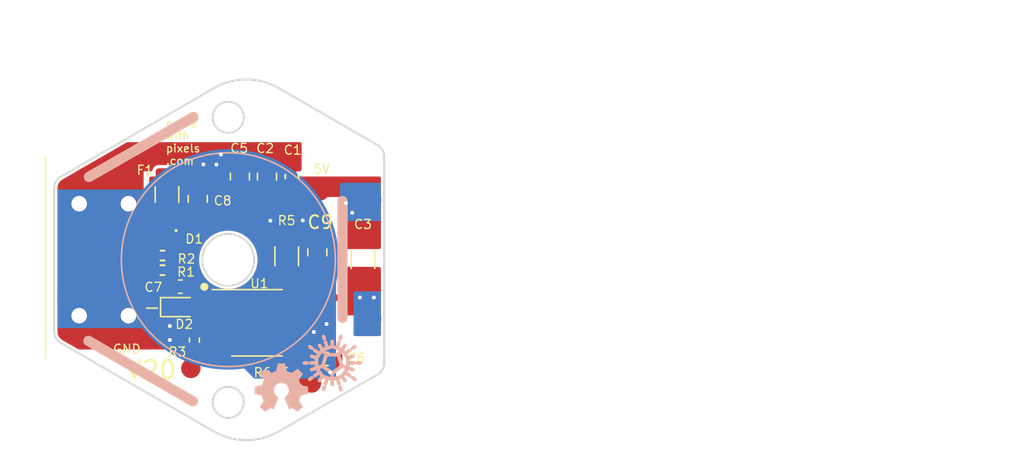
<source format=kicad_pcb>
(kicad_pcb (version 20221018) (generator pcbnew)
  (layers (0 "F.Cu" signal) (31 "B.Cu" signal) (34 "B.Paste" user) (35 "F.Paste" user) (36 "B.SilkS" user "B.Silkscreen") (37 "F.SilkS" user "F.Silkscreen") (38 "B.Mask" user) (39 "F.Mask" user) (44 "Edge.Cuts" user))
  (net 0 "")
  (net 1 "GND")
  (net 2 "VBUS")
  (net 3 "Net-(J8-PadA5)")
  (net 4 "Net-(J8-PadB5)")
  (net 5 "Net-(C3-Pad1)")
  (net 6 "+5V")
  (net 7 "Net-(C6-Pad2)")
  (net 8 "Net-(D2-Pad2)")
  (net 9 "Net-(R3-Pad1)")
  (net 10 "Net-(R3-Pad2)")
  (net 11 "GNDPWR")
  (footprint "Pixels-dice:USB-C-SMD_10P-P1.00-L6.8-W8.9_V1.1" (layer "F.Cu") (at 142.35 101.02 180)
    (fp_text reference "J8" hide)
    (fp_text value "USB_C_Receptacle_USB2.0")
    (pad "A5" smd rect locked (at -0.3 0 270) (size 0.7 1.6) (layers "F.Cu" "F.Paste" "F.Mask") (net 3 "Net-(J8-PadA5)"))
    (pad "A9" smd rect locked (at -0.3 -2.02 270) (size 0.8 1.6) (layers "F.Cu" "F.Paste" "F.Mask") (net 2 "VBUS"))
    (pad "A12" smd rect locked (at -0.3 -3.25 270) (size 0.9 1.6) (layers "F.Cu" "F.Paste" "F.Mask") (net 1 "GND"))
    (pad "B5" smd rect locked (at -0.3 -1 270) (size 0.7 1.6) (layers "F.Cu" "F.Paste" "F.Mask") (net 4 "Net-(J8-PadB5)"))
    (pad "B9" smd rect locked (at -0.3 1.02 270) (size 0.8 1.6) (layers "F.Cu" "F.Paste" "F.Mask") (net 2 "VBUS"))
    (pad "B12" smd rect locked (at -0.3 2.25 270) (size 0.9 1.6) (layers "F.Cu" "F.Paste" "F.Mask") (net 1 "GND"))
    (pad "S1" thru_hole circle locked (at 0.15 -4.82 180) (size 1.7 1.7) (drill 1.2) (layers "*.Cu" "*.Mask") (net 1 "GND"))
    (pad "S1" thru_hole circle locked (at 0.15 3.82 180) (size 1.7 1.7) (drill 1.2) (layers "*.Cu" "*.Mask") (net 1 "GND"))
    (pad "S1" thru_hole circle locked (at 3.95 -4.82 180) (size 1.7 1.7) (drill 1.2) (layers "*.Cu" "*.Mask") (net 1 "GND"))
    (pad "S1" thru_hole circle locked (at 3.95 3.82 180) (size 1.7 1.7) (drill 1.2) (layers "*.Cu" "*.Mask") (net 1 "GND"))
  )
  (footprint "Resistor_SMD:R_0402_1005Metric" (layer "F.Cu") (at 144.83 101.2 180)
    (fp_text reference "R2" (at -1.84 -0.26 unlocked) (layer "F.SilkS") (effects (font (size 0.7 0.7) (thickness 0.1))))
    (fp_text value "5.1k 1%")
    (pad "1" smd roundrect (at -0.51 0 180) (size 0.54 0.64) (layers "F.Cu" "F.Paste" "F.Mask") (net 1 "GND"))
    (pad "2" smd roundrect (at 0.51 0 180) (size 0.54 0.64) (layers "F.Cu" "F.Paste" "F.Mask") (net 3 "Net-(J8-PadA5)"))
  )
  (footprint "Capacitor_SMD:C_0603_1608Metric" (layer "F.Cu") (at 154.8 95.1 90)
    (fp_text reference "C1" (at 2.04 0.06 unlocked) (layer "F.SilkS") (effects (font (size 0.7 0.7) (thickness 0.1))))
    (fp_text value "0.1uF 16V 10% X7R")
    (pad "1" smd roundrect (at -0.775 0 90) (size 0.9 0.95) (layers "F.Cu" "F.Paste" "F.Mask") (net 6 "+5V"))
    (pad "2" smd roundrect (at 0.775 0 90) (size 0.9 0.95) (layers "F.Cu" "F.Paste" "F.Mask") (net 1 "GND"))
  )
  (footprint "Capacitor_SMD:C_0805_2012Metric" (layer "F.Cu") (at 152.88 95.1 90)
    (fp_text reference "C2" (at 2.17 -0.14) (layer "F.SilkS") (effects (font (size 0.7 0.7) (thickness 0.1))))
    (fp_text value "22uF 25V 20% X5R")
    (pad "1" smd roundrect (at -0.95 0 90) (size 1 1.45) (layers "F.Cu" "F.Paste" "F.Mask") (net 6 "+5V"))
    (pad "2" smd roundrect (at 0.95 0 90) (size 1 1.45) (layers "F.Cu" "F.Paste" "F.Mask") (net 1 "GND"))
  )
  (footprint "Resistor_SMD:R_1206_3216Metric" (layer "F.Cu") (at 154.4 101.26 -90)
    (fp_text reference "R5" (at -2.76 0.01 180) (layer "F.SilkS") (effects (font (size 0.7 0.7) (thickness 0.1))))
    (fp_text value "0.91R")
    (pad "1" smd roundrect (at -1.4625 0 270) (size 1.125 1.75) (layers "F.Cu" "F.Paste" "F.Mask") (roundrect_rratio 0.2222222222) (net 1 "GND"))
    (pad "2" smd roundrect (at 1.4625 0 270) (size 1.125 1.75) (layers "F.Cu" "F.Paste" "F.Mask") (roundrect_rratio 0.2222222222) (net 11 "GNDPWR"))
  )
  (footprint "Resistor_SMD:R_0402_1005Metric" (layer "F.Cu") (at 144.82 102.33 180)
    (fp_text reference "R1" (at -1.82 -0.14 unlocked) (layer "F.SilkS") (effects (font (size 0.7 0.7) (thickness 0.1))))
    (fp_text value "5.1k 1%")
    (pad "1" smd roundrect (at -0.51 0 180) (size 0.54 0.64) (layers "F.Cu" "F.Paste" "F.Mask") (net 1 "GND"))
    (pad "2" smd roundrect (at 0.51 0 180) (size 0.54 0.64) (layers "F.Cu" "F.Paste" "F.Mask") (net 4 "Net-(J8-PadB5)"))
  )
  (footprint "Resistor_SMD:R_0402_1005Metric" (layer "F.Cu") (at 147.28 107.73 90)
    (fp_text reference "R3" (at -0.91 -1.31 180) (layer "F.SilkS") (effects (font (size 0.7 0.7) (thickness 0.1))))
    (fp_text value "120K 1%")
    (pad "1" smd roundrect (at -0.51 0 90) (size 0.54 0.64) (layers "F.Cu" "F.Paste" "F.Mask") (net 9 "Net-(R3-Pad1)"))
    (pad "2" smd roundrect (at 0.51 0 90) (size 0.54 0.64) (layers "F.Cu" "F.Paste" "F.Mask") (net 10 "Net-(R3-Pad2)"))
  )
  (footprint "Pixels-dice:TEST_PIN1.5MM" (layer "F.Cu") (at 144.55 99.66)
    (fp_text reference "W2" hide)
    (fp_text value "VBUS" hide)
    (pad "1" smd circle (at 0 0) (size 1.5 1.5) (layers "F.Cu" "F.Paste" "F.Mask") (net 2 "VBUS"))
  )
  (footprint "Pixels-dice:DFN" (layer "F.Cu") (at 145.87 99.97 -90)
    (fp_text reference "D1" (at -0.05 -1.4 180) (layer "F.SilkS") (effects (font (size 0.7 0.7) (thickness 0.1))))
    (fp_text value "D_TVS")
    (pad "1" smd rect (at -0.325 0 270) (size 0.35 0.6) (layers "F.Cu" "F.Paste" "F.Mask") (net 2 "VBUS"))
    (pad "2" smd rect (at 0.325 0 270) (size 0.35 0.6) (layers "F.Cu" "F.Paste" "F.Mask") (net 1 "GND"))
  )
  (footprint "Pixels-dice:TEST_PIN1.5MM" (layer "F.Cu") (at 157.11 104.46)
    (fp_text reference "W6" hide)
    (fp_text value "OUT" hide)
    (pad "1" smd circle (at 0 0) (size 1.5 1.5) (layers "F.Cu" "F.Paste" "F.Mask") (net 5 "Net-(C3-Pad1)"))
  )
  (footprint "Pixels-dice:SOIC-8_3.9x4.9mm_P1.27mm" (layer "F.Cu") (at 152.11 106.39 -90)
    (fp_text reference "U1" (at -3.03 -0.18) (layer "F.SilkS") (effects (font (size 0.7 0.7) (thickness 0.1))))
    (fp_text value "XKT520")
    (pad "1" smd roundrect (at -1.905 2.475) (size 1.95 0.6) (layers "F.Cu" "F.Paste" "F.Mask") (net 6 "+5V"))
    (pad "2" smd roundrect (at -0.635 2.475) (size 1.95 0.6) (layers "F.Cu" "F.Paste" "F.Mask") (net 8 "Net-(D2-Pad2)"))
    (pad "3" smd roundrect (at 0.635 2.475) (size 1.95 0.6) (layers "F.Cu" "F.Paste" "F.Mask") (net 10 "Net-(R3-Pad2)"))
    (pad "4" smd roundrect (at 1.905 2.475) (size 1.95 0.6) (layers "F.Cu" "F.Paste" "F.Mask") (net 9 "Net-(R3-Pad1)"))
    (pad "5" smd roundrect (at 1.905 -2.475) (size 1.95 0.6) (layers "F.Cu" "F.Paste" "F.Mask") (net 7 "Net-(C6-Pad2)"))
    (pad "6" smd roundrect (at 0.635 -2.475) (size 1.95 0.6) (layers "F.Cu" "F.Paste" "F.Mask") (net 1 "GND"))
    (pad "7" smd roundrect (at -0.635 -2.475) (size 1.95 0.6) (layers "F.Cu" "F.Paste" "F.Mask") (net 5 "Net-(C3-Pad1)"))
    (pad "8" smd roundrect (at -1.905 -2.475) (size 1.95 0.6) (layers "F.Cu" "F.Paste" "F.Mask") (net 11 "GNDPWR"))
  )
  (footprint "LED_SMD:LED_0603_1608Metric" (layer "F.Cu") (at 146.16 105.18)
    (fp_text reference "D2" (at 0.34 1.32) (layer "F.SilkS") (effects (font (size 0.7 0.7) (thickness 0.1))))
    (fp_text value "LED")
    (pad "1" smd roundrect (at -0.7875 0) (size 0.875 0.95) (layers "F.Cu" "F.Paste" "F.Mask") (net 1 "GND"))
    (pad "2" smd roundrect (at 0.7875 0) (size 0.875 0.95) (layers "F.Cu" "F.Paste" "F.Mask") (net 8 "Net-(D2-Pad2)"))
  )
  (footprint "Pixels-dice:TEST_PIN1.5MM" (layer "F.Cu") (at 151.62 98.11)
    (fp_text reference "W7" hide)
    (fp_text value "PVSS" hide)
    (pad "1" smd circle (at 0 0) (size 1.5 1.5) (layers "F.Cu" "F.Paste" "F.Mask") (net 11 "GNDPWR"))
  )
  (footprint "Capacitor_SMD:C_0603_1608Metric" (layer "F.Cu") (at 157.47 109.18 180)
    (fp_text reference "C6" (at -2.29 0.07) (layer "F.SilkS") (effects (font (size 0.7 0.7) (thickness 0.1))))
    (fp_text value "0.1uF 16V 10% X7R")
    (pad "1" smd roundrect (at -0.775 0 180) (size 0.9 0.95) (layers "F.Cu" "F.Paste" "F.Mask") (net 1 "GND"))
    (pad "2" smd roundrect (at 0.775 0 180) (size 0.9 0.95) (layers "F.Cu" "F.Paste" "F.Mask") (net 7 "Net-(C6-Pad2)"))
  )
  (footprint "Pixels-dice:TEST_PIN1.5MM" (layer "F.Cu") (at 140.3 107.45)
    (fp_text reference "W5" hide)
    (fp_text value "GND" (at 1.78 0.97 unlocked) (layer "F.SilkS") (effects (font (size 0.7 0.7) (thickness 0.1))))
    (pad "1" smd circle (at 0 0) (size 1.5 1.5) (layers "F.Cu" "F.Paste" "F.Mask") (net 1 "GND"))
  )
  (footprint "Capacitor_SMD:C_0603_1608Metric" (layer "F.Cu") (at 146.2 103.6 180)
    (fp_text reference "C7" (at 2.08 -0.04) (layer "F.SilkS") (effects (font (size 0.7 0.7) (thickness 0.1))))
    (fp_text value "0.1uF 16V 10% X7R")
    (pad "1" smd roundrect (at -0.775 0 180) (size 0.9 0.95) (layers "F.Cu" "F.Paste" "F.Mask") (net 6 "+5V"))
    (pad "2" smd roundrect (at 0.775 0 180) (size 0.9 0.95) (layers "F.Cu" "F.Paste" "F.Mask") (net 1 "GND"))
  )
  (footprint "Fuse:Fuse_1206_3216Metric" (layer "F.Cu") (at 145.17 96.49 90)
    (fp_text reference "F1" (at 1.88 -1.7 180) (layer "F.SilkS") (effects (font (size 0.7 0.7) (thickness 0.1))))
    (fp_text value "250mA 150mR")
    (pad "1" smd roundrect (at -1.4 0 90) (size 1.25 1.75) (layers "F.Cu" "F.Paste" "F.Mask") (roundrect_rratio 0.2) (net 2 "VBUS"))
    (pad "2" smd roundrect (at 1.4 0 90) (size 1.25 1.75) (layers "F.Cu" "F.Paste" "F.Mask") (roundrect_rratio 0.2) (net 6 "+5V"))
  )
  (footprint "Pixels-dice:TEST_PIN1.5MM" (layer "F.Cu") (at 156.95 96.22)
    (fp_text reference "W1" hide)
    (fp_text value "5V" (at 0.14 -1.69 unlocked) (layer "F.SilkS") (effects (font (size 0.7 0.7) (thickness 0.1))))
    (pad "1" smd circle (at 0 0) (size 1.5 1.5) (layers "F.Cu" "F.Paste" "F.Mask") (net 6 "+5V"))
  )
  (footprint "Pixels-dice:TEST_PIN1.5MM" (layer "F.Cu") (at 156.31 111.04)
    (fp_text reference "W4" hide)
    (fp_text value "FB" hide)
    (pad "1" smd circle (at 0 0) (size 1.5 1.5) (layers "F.Cu" "F.Paste" "F.Mask") (net 7 "Net-(C6-Pad2)"))
  )
  (footprint "Pixels-dice:TEST_PIN1.5MM" (layer "F.Cu") (at 147.01 109.91)
    (fp_text reference "W3" hide)
    (fp_text value "LED")
    (pad "1" smd circle (at 0 0) (size 1.5 1.5) (layers "F.Cu" "F.Paste" "F.Mask") (net 8 "Net-(D2-Pad2)"))
  )
  (footprint "Resistor_SMD:R_0402_1005Metric" (layer "F.Cu") (at 154.27 110.23 180)
    (fp_text reference "R6" (at 1.73 0) (layer "F.SilkS") (effects (font (size 0.7 0.7) (thickness 0.1))))
    (fp_text value "1k 1%")
    (pad "1" smd roundrect (at -0.51 0 180) (size 0.54 0.64) (layers "F.Cu" "F.Paste" "F.Mask") (net 7 "Net-(C6-Pad2)"))
    (pad "2" smd roundrect (at 0.51 0 180) (size 0.54 0.64) (layers "F.Cu" "F.Paste" "F.Mask") (net 11 "GNDPWR"))
  )
  (footprint "Capacitor_SMD:C_0805_2012Metric" (layer "F.Cu") (at 147.54 96.83 -90)
    (fp_text reference "C8" (at 0.14 -1.92 180) (layer "F.SilkS") (effects (font (size 0.7 0.7) (thickness 0.1))))
    (fp_text value "10uF 50V 10% X5R")
    (pad "1" smd roundrect (at -0.95 0 270) (size 1 1.45) (layers "F.Cu" "F.Paste" "F.Mask") (net 6 "+5V"))
    (pad "2" smd roundrect (at 0.95 0 270) (size 1 1.45) (layers "F.Cu" "F.Paste" "F.Mask") (net 2 "VBUS"))
  )
  (footprint "Capacitor_SMD:C_0805_2012Metric" (layer "F.Cu") (at 150.79 95.1 90)
    (fp_text reference "C5" (at 2.18 -0.05 180) (layer "F.SilkS") (effects (font (size 0.7 0.7) (thickness 0.1))))
    (fp_text value "22uF 25V 20% X5R")
    (pad "1" smd roundrect (at -0.95 0 90) (size 1 1.45) (layers "F.Cu" "F.Paste" "F.Mask") (net 6 "+5V"))
    (pad "2" smd roundrect (at 0.95 0 90) (size 1 1.45) (layers "F.Cu" "F.Paste" "F.Mask") (net 1 "GND"))
  )
  (footprint "Capacitor_SMD:C_0805_2012Metric" (layer "F.Cu") (at 156.76 100.95 90)
    (fp_text reference "C9" (at 2.32 0.22 180) (layer "F.SilkS"))
    (fp_text value "10uF 50V 10% X5R")
    (pad "1" smd roundrect (at -0.95 0 90) (size 1 1.45) (layers "F.Cu" "F.Paste" "F.Mask") (net 11 "GNDPWR"))
    (pad "2" smd roundrect (at 0.95 0 90) (size 1 1.45) (layers "F.Cu" "F.Paste" "F.Mask") (net 1 "GND"))
  )
  (footprint "Capacitor_SMD:C_1206_3216Metric" (layer "F.Cu") (at 160.28 101.49 90)
    (fp_text reference "C3" (at 2.7 0 180) (layer "F.SilkS") (effects (font (size 0.7 0.7) (thickness 0.1))))
    (fp_text value "33nF 50V COG")
    (pad "1" smd roundrect (at -1.475 0 90) (size 1.15 1.8) (layers "F.Cu" "F.Paste" "F.Mask") (roundrect_rratio 0.2173913043) (net 5 "Net-(C3-Pad1)"))
    (pad "2" smd roundrect (at 1.475 0 90) (size 1.15 1.8) (layers "F.Cu" "F.Paste" "F.Mask") (roundrect_rratio 0.2173913043) (net 6 "+5V"))
  )
  (footprint "Pixels-dice:TestPoint_Pad_D2.0mm_V1.1" (layer "B.Cu") (at 160.7 96.9 180)
    (fp_text reference "J6" hide)
    (fp_text value "Coil B")
    (pad "1" smd circle locked (at 0 0 180) (size 2 2) (layers "B.Cu" "B.Mask") (net 6 "+5V"))
  )
  (footprint "Pixels-dice:TestPoint_Pad_D2.0mm_V1.1" (layer "B.Cu") (at 160.7 106.1 180)
    (fp_text reference "J9" hide)
    (fp_text value "Coil A")
    (pad "1" smd circle locked (at 0 0 180) (size 2 2) (layers "B.Cu" "B.Mask") (net 5 "Net-(C3-Pad1)"))
  )
  (footprint "LOGO" (layer "B.Cu") (at 157.91 109.49 180)
    (fp_text reference "G***" hide)
    (fp_text value "LOGO" hide)
  )
  (footprint "LOGO" (layer "B.Cu") (at 154 111.42 180)
    (fp_text reference "G***" hide)
    (fp_text value "LOGO" hide)
  )
  (footprint "Pixels-dice:TX Coil" (layer "B.Cu") (at 149.9 101.5 90)
    (fp_text reference "J1" hide)
    (fp_text value "TX_Coil")
  )
  (gr_line (start 139.12 107.79) (end 147.165 112.45) (stroke (width 0.8)) (layer "B.SilkS"))
  (gr_line (start 158.7 97) (end 158.7 106) (stroke (width 0.8)) (layer "B.SilkS"))
  (gr_line (start 139.16 95.13) (end 147.21 90.51) (stroke (width 0.8)) (layer "B.SilkS"))
  (gr_circle (center 149.9 101.52) (end 158.15 101.52) (stroke (width 0.12)) (fill none) (layer "B.SilkS"))
  (gr_circle (center 148.05 103.61) (end 148.3 103.61) (stroke (width 0.12)) (fill solid) (layer "F.SilkS"))
  (gr_line (start 143.595 105.26) (end 144.445 105.26) (stroke (width 0.12)) (layer "F.SilkS"))
  (gr_circle (center 149.892726 90.53) (end 151.092726 90.53) (stroke (width 0.15)) (fill none) (layer "Edge.Cuts"))
  (gr_line (start 136.971498 95.12033) (end 148.786031 88.284754) (stroke (width 0.15)) (layer "Edge.Cuts"))
  (gr_circle (center 149.892726 101.53) (end 151.892726 101.53) (stroke (width 0.15)) (fill none) (layer "Edge.Cuts"))
  (gr_line (start 153.790162 114.777446) (end 161.389318 110.389693) (stroke (width 0.15)) (layer "Edge.Cuts"))
  (gr_arc (start 136.971498 107.939671) (mid 136.606038 107.573707) (end 136.472292 107.074104) (stroke (width 0.15)) (layer "Edge.Cuts"))
  (gr_arc (start 161.389318 92.670307) (mid 161.773595 93.054606) (end 161.914249 93.579554) (stroke (width 0.15)) (layer "Edge.Cuts"))
  (gr_arc (start 136.472292 95.985901) (mid 136.606037 95.486296) (end 136.971498 95.12033) (stroke (width 0.15)) (layer "Edge.Cuts"))
  (gr_line (start 161.914249 93.579554) (end 161.914249 109.480446) (stroke (width 0.15)) (layer "Edge.Cuts"))
  (gr_circle (center 149.892726 112.53) (end 151.092726 112.53) (stroke (width 0.15)) (fill none) (layer "Edge.Cuts"))
  (gr_line (start 148.786031 114.775246) (end 136.971498 107.939671) (stroke (width 0.15)) (layer "Edge.Cuts"))
  (gr_arc (start 153.790162 114.777446) (mid 151.287802 115.447412) (end 148.786031 114.775246) (stroke (width 0.15)) (layer "Edge.Cuts"))
  (gr_line (start 161.389318 92.670307) (end 153.790162 88.282554) (stroke (width 0.15)) (layer "Edge.Cuts"))
  (gr_arc (start 148.786031 88.284754) (mid 151.287802 87.612588) (end 153.790162 88.282554) (stroke (width 0.15)) (layer "Edge.Cuts"))
  (gr_arc (start 161.914249 109.480446) (mid 161.773595 110.005394) (end 161.389318 110.389693) (stroke (width 0.15)) (layer "Edge.Cuts"))
  (gr_line (start 136.472292 107.074104) (end 136.472292 95.985896) (stroke (width 0.15)) (layer "Edge.Cuts"))
  (gr_text "game\nwith\npixels\n.com" (at 145.03 92.45) (layer "F.SilkS") (effects (font (size 0.6 0.6) (thickness 0.1)) (justify left)))
  (gr_text "V20" (at 143.97 110.05) (layer "F.SilkS") (effects (font (size 1.4 1.4) (thickness 0.2))))
  (segment (start 154.625 94.15) (end 154.8 94.325) (width 0.5) (layer "F.Cu") (net 1))
  (segment (start 156.85 107.1) (end 157.47 106.48) (width 0.5) (layer "F.Cu") (net 1))
  (segment (start 144.755 104.27) (end 145.425 103.6) (width 0.5) (layer "F.Cu") (net 1))
  (segment (start 142.2 97.2) (end 138.4 97.2) (width 0.5) (layer "F.Cu") (net 1))
  (segment (start 154.17 94.15) (end 154.625 94.15) (width 0.5) (layer "F.Cu") (net 1))
  (segment (start 142.35 104.27) (end 142.35 105.69) (width 0.5) (layer "F.Cu") (net 1))
  (segment (start 149.33 93.4) (end 149.33 93.86) (width 0.4) (layer "F.Cu") (net 1))
  (segment (start 154.585 107.025) (end 156.415 107.025) (width 0.5) (layer "F.Cu") (net 1))
  (segment (start 138.4 97.2) (end 138.4 105.84) (width 0.5) (layer "F.Cu") (net 1))
  (segment (start 158.245 109.18) (end 158.245 109.725) (width 0.4) (layer "F.Cu") (net 1))
  (segment (start 142.35 98.77) (end 142.35 97.35) (width 0.5) (layer "F.Cu") (net 1))
  (segment (start 154.4 99.7975) (end 154.4 98.66) (width 0.5) (layer "F.Cu") (net 1))
  (segment (start 138.4 105.84) (end 140.49 105.84) (width 0.5) (layer "F.Cu") (net 1))
  (segment (start 149.02 94.17) (end 147.98 94.17) (width 0.4) (layer "F.Cu") (net 1))
  (segment (start 144.755 104.27) (end 144.755 104.3725) (width 0.5) (layer "F.Cu") (net 1))
  (segment (start 152.88 94.15) (end 153.72 94.15) (width 0.5) (layer "F.Cu") (net 1))
  (segment (start 149.01 94.15) (end 148.98 94.18) (width 0.5) (layer "F.Cu") (net 1))
  (segment (start 144.755 104.3725) (end 145.3825 105) (width 0.5) (layer "F.Cu") (net 1))
  (segment (start 153.14 98.51) (end 155.62 98.51) (width 0.5) (layer "F.Cu") (net 1))
  (segment (start 153.72 94.15) (end 154.17 94.15) (width 0.5) (layer "F.Cu") (net 1))
  (segment (start 150.79 94.15) (end 149.01 94.15) (width 0.5) (layer "F.Cu") (net 1))
  (segment (start 142.35 104.27) (end 144.755 104.27) (width 0.5) (layer "F.Cu") (net 1))
  (segment (start 155.62 98.51) (end 155.64 98.49) (width 0.5) (layer "F.Cu") (net 1))
  (segment (start 140.49 105.84) (end 142.2 105.84) (width 0.5) (layer "F.Cu") (net 1))
  (segment (start 140.3 107.45) (end 140.3 106.03) (width 0.5) (layer "F.Cu") (net 1))
  (segment (start 150.79 94.15) (end 152.88 94.15) (width 0.5) (layer "F.Cu") (net 1))
  (segment (start 156.49 107.1) (end 156.85 107.1) (width 0.5) (layer "F.Cu") (net 1))
  (segment (start 149.33 93.86) (end 149.02 94.17) (width 0.4) (layer "F.Cu") (net 1))
  (segment (start 158.245 109.725) (end 157.75 110.22) (width 0.4) (layer "F.Cu") (net 1))
  (segment (start 156.415 107.025) (end 156.49 107.1) (width 0.5) (layer "F.Cu") (net 1))
  (via (at 157.47 106.48) (size 0.8) (drill 0.3) (layers "F.Cu" "B.Cu") (net 1))
  (via (at 145.39 107.72) (size 0.8) (drill 0.3) (layers "F.Cu" "B.Cu") (net 1))
  (via (at 153.14 98.51) (size 0.8) (drill 0.3) (layers "F.Cu" "B.Cu") (net 1))
  (via (at 156.49 107.1) (size 0.8) (drill 0.3) (layers "F.Cu" "B.Cu") (net 1))
  (via (at 155.64 98.49) (size 0.8) (drill 0.3) (layers "F.Cu" "B.Cu") (net 1))
  (via (at 148.98 94.18) (size 0.8) (drill 0.3) (layers "F.Cu" "B.Cu") (net 1))
  (via (at 149.33 93.4) (size 0.8) (drill 0.3) (layers "F.Cu" "B.Cu") (net 1))
  (via (at 157.75 110.22) (size 0.8) (drill 0.3) (layers "F.Cu" "B.Cu") (net 1))
  (via (at 147.98 94.17) (size 0.8) (drill 0.3) (layers "F.Cu" "B.Cu") (net 1))
  (via (at 145.39 106.64) (size 0.8) (drill 0.3) (layers "F.Cu" "B.Cu") (net 1))
  (segment (start 145.87 99.645) (end 144.565 99.645) (width 0.4) (layer "F.Cu") (net 2))
  (segment (start 145.17 97.89) (end 147.43 97.89) (width 0.4) (layer "F.Cu") (net 2))
  (segment (start 142.65 100) (end 144.21 100) (width 0.8) (layer "F.Cu") (net 2))
  (segment (start 140.27 100.41) (end 140.68 100) (width 0.8) (layer "F.Cu") (net 2))
  (segment (start 140.27 102.65) (end 140.27 100.41) (width 0.8) (layer "F.Cu") (net 2))
  (segment (start 142.65 103.04) (end 140.66 103.04) (width 0.8) (layer "F.Cu") (net 2))
  (segment (start 145.02 98.33) (end 145 98.31) (width 0.4) (layer "F.Cu") (net 2))
  (segment (start 144.55 99.66) (end 144.55 98.51) (width 0.4) (layer "F.Cu") (net 2))
  (segment (start 147.43 97.89) (end 147.54 97.78) (width 0.4) (layer "F.Cu") (net 2))
  (segment (start 140.68 100) (end 142.65 100) (width 0.8) (layer "F.Cu") (net 2))
  (segment (start 140.66 103.04) (end 140.27 102.65) (width 0.8) (layer "F.Cu") (net 2))
  (segment (start 144.55 98.51) (end 145.17 97.89) (width 0.4) (layer "F.Cu") (net 2))
  (segment (start 144.565 99.645) (end 144.55 99.66) (width 0.4) (layer "F.Cu") (net 2))
  (segment (start 144.21 100) (end 144.55 99.66) (width 0.4) (layer "F.Cu") (net 2))
  (segment (start 144.14 101.02) (end 144.32 101.2) (width 0.25) (layer "F.Cu") (net 3))
  (segment (start 142.35 101.02) (end 144.14 101.02) (width 0.25) (layer "F.Cu") (net 3))
  (segment (start 142.65 102.02) (end 144 102.02) (width 0.25) (layer "F.Cu") (net 4))
  (segment (start 144 102.02) (end 144.31 102.33) (width 0.25) (layer "F.Cu") (net 4))
  (segment (start 155.815 105.755) (end 157.11 104.46) (width 0.5) (layer "F.Cu") (net 5))
  (segment (start 160.6 102.975) (end 160.6 106) (width 0.5) (layer "F.Cu") (net 5))
  (segment (start 158.785 104.46) (end 160.28 102.965) (width 0.5) (layer "F.Cu") (net 5))
  (segment (start 154.585 105.755) (end 155.815 105.755) (width 0.5) (layer "F.Cu") (net 5))
  (segment (start 157.11 104.46) (end 158.785 104.46) (width 0.5) (layer "F.Cu") (net 5))
  (via (at 160.04 104.44) (size 0.8) (drill 0.3) (layers "F.Cu" "B.Cu") (net 5))
  (via (at 161.12 104.44) (size 0.8) (drill 0.3) (layers "F.Cu" "B.Cu") (net 5))
  (segment (start 146.975 103.6) (end 147.78 103.6) (width 0.5) (layer "F.Cu") (net 6))
  (segment (start 147.54 95.88) (end 145.96 95.88) (width 0.5) (layer "F.Cu") (net 6))
  (segment (start 156.95 96.22) (end 160.02 96.22) (width 0.5) (layer "F.Cu") (net 6))
  (segment (start 160.7 96.9) (end 160.7 99.925) (width 0.5) (layer "F.Cu") (net 6))
  (segment (start 160.02 96.22) (end 160.7 96.9) (width 0.5) (layer "F.Cu") (net 6))
  (segment (start 154.8 95.875) (end 156.605 95.875) (width 0.5) (layer "F.Cu") (net 6))
  (segment (start 147.54 95.88) (end 154.795 95.88) (width 0.5) (layer "F.Cu") (net 6))
  (segment (start 154.795 95.88) (end 154.8 95.875) (width 0.5) (layer "F.Cu") (net 6))
  (segment (start 148.665 104.485) (end 149.635 104.485) (width 0.5) (layer "F.Cu") (net 6))
  (segment (start 156.605 95.875) (end 156.95 96.22) (width 0.5) (layer "F.Cu") (net 6))
  (segment (start 145.96 95.88) (end 145.17 95.09) (width 0.5) (layer "F.Cu") (net 6))
  (segment (start 147.78 103.6) (end 148.665 104.485) (width 0.5) (layer "F.Cu") (net 6))
  (segment (start 160.7 99.925) (end 160.6 100.025) (width 0.5) (layer "F.Cu") (net 6))
  (via (at 158.96 97.15) (size 0.8) (drill 0.3) (layers "F.Cu" "B.Cu") (net 6))
  (via (at 159.45 97.9) (size 0.8) (drill 0.3) (layers "F.Cu" "B.Cu") (net 6))
  (segment (start 160.37 97.23) (end 160.7 96.9) (width 0.25) (layer "B.Cu") (net 6))
  (segment (start 154.585 108.295) (end 155.81 108.295) (width 0.25) (layer "F.Cu") (net 7))
  (segment (start 156.24 110.46) (end 156.24 109.635) (width 0.25) (layer "F.Cu") (net 7))
  (segment (start 155.81 108.295) (end 156.695 109.18) (width 0.25) (layer "F.Cu") (net 7))
  (segment (start 156.24 109.635) (end 156.695 109.18) (width 0.25) (layer "F.Cu") (net 7))
  (segment (start 146.44 105.6875) (end 146.44 109.06) (width 0.25) (layer "F.Cu") (net 8))
  (segment (start 146.44 109.06) (end 147.01 109.63) (width 0.25) (layer "F.Cu") (net 8))
  (segment (start 146.9475 105.18) (end 147.5225 105.755) (width 0.25) (layer "F.Cu") (net 8))
  (segment (start 146.9475 105.18) (end 146.44 105.6875) (width 0.25) (layer "F.Cu") (net 8))
  (segment (start 147.5225 105.755) (end 149.635 105.755) (width 0.25) (layer "F.Cu") (net 8))
  (segment (start 149.635 108.295) (end 147.335 108.295) (width 0.25) (layer "F.Cu") (net 9))
  (segment (start 147.335 108.295) (end 147.28 108.24) (width 0.25) (layer "F.Cu") (net 9))
  (segment (start 147.475 107.025) (end 147.28 107.22) (width 0.25) (layer "F.Cu") (net 10))
  (segment (start 149.635 107.025) (end 147.475 107.025) (width 0.25) (layer "F.Cu") (net 10))
  (segment (start 152.58 104.13) (end 152.58 104.47) (width 0.5) (layer "F.Cu") (net 11))
  (segment (start 152.58 109.49) (end 153.32 110.23) (width 0.5) (layer "F.Cu") (net 11))
  (segment (start 152.58 100.24) (end 152.58 102.77) (width 0.5) (layer "F.Cu") (net 11))
  (segment (start 152.58 102.77) (end 152.58 104.13) (width 0.5) (layer "F.Cu") (net 11))
  (segment (start 154.3525 102.77) (end 154.4 102.7225) (width 0.5) (layer "F.Cu") (net 11))
  (segment (start 152.58 104.13) (end 152.58 109.49) (width 0.5) (layer "F.Cu") (net 11))
  (segment (start 151.62 99.28) (end 151.62 98.11) (width 0.5) (layer "F.Cu") (net 11))
  (segment (start 154.4 102.7225) (end 154.4 104.3) (width 0.5) (layer "F.Cu") (net 11))
  (segment (start 152.58 100.24) (end 151.62 99.28) (width 0.5) (layer "F.Cu") (net 11))
  (segment (start 153.32 110.23) (end 153.76 110.23) (width 0.5) (layer "F.Cu") (net 11))
  (segment (start 152.58 102.77) (end 154.3525 102.77) (width 0.5) (layer "F.Cu") (net 11))
  (segment (start 154.4 104.3) (end 154.585 104.485) (width 0.5) (layer "F.Cu") (net 11))
  (zone (net 11) (net_name "GNDPWR") (layer "F.Cu") (connect_pads yes (clearance 0.25)) (min_thickness 0.254) (fill yes (thermal_gap 0.508) (thermal_bridge_width 0.508))
    (polygon (pts (xy 157.98 102.68) (xy 155.53 102.68) (xy 155.53 101.27) (xy 157.98 101.27)))
  )
  (zone (net 2) (net_name "VBUS") (layer "F.Cu") (connect_pads yes (clearance 0.25)) (min_thickness 0.254) (fill yes (thermal_gap 0.508) (thermal_bridge_width 0.508))
    (polygon (pts (xy 148.09 98.68) (xy 143.81 98.68) (xy 143.81 97.79) (xy 148.09 97.79)))
  )
  (zone (net 1) (net_name "GND") (layer "F.Cu") (connect_pads yes (clearance 0.25)) (min_thickness 0.254) (fill yes (thermal_gap 0.508) (thermal_bridge_width 0.508))
    (polygon (pts (xy 143.37 105) (xy 135.99 105) (xy 135.99 94.41) (xy 143.37 94.41)))
  )
  (zone (net 1) (net_name "GND") (layer "F.Cu") (connect_pads yes (clearance 0.25)) (min_thickness 0.254) (fill yes (thermal_gap 0.508) (thermal_bridge_width 0.508))
    (polygon (pts (xy 155.55 94.7) (xy 136.23 94.7) (xy 136.23 92.45) (xy 155.55 92.45)))
  )
  (zone (net 11) (net_name "GNDPWR") (layer "F.Cu") (connect_pads yes (clearance 0.25)) (min_thickness 0.254) (fill yes (thermal_gap 0.508) (thermal_bridge_width 0.508))
    (polygon (pts (xy 155.86 104.8) (xy 152.33 104.8) (xy 152.33 101.26) (xy 155.86 101.26)))
  )
  (zone (net 1) (net_name "GND") (layer "F.Cu") (connect_pads yes (clearance 0.25)) (min_thickness 0.254) (fill yes (thermal_gap 0.508) (thermal_bridge_width 0.508))
    (polygon (pts (xy 145.98 108.45) (xy 136.18 108.45) (xy 136.18 103.78) (xy 145.98 103.78)))
  )
  (zone (net 5) (net_name "Net-(C3-Pad1)") (layer "F.Cu") (connect_pads yes (clearance 0.25)) (min_thickness 0.254) (fill yes (thermal_gap 0.508) (thermal_bridge_width 0.508))
    (polygon (pts (xy 162.07 107.41) (xy 159.56999 107.409053) (xy 159.554935 105.819136) (xy 158.487353 105.820133) (xy 158.506871 102.049798) (xy 162.07 102.09)))
  )
  (zone (net 7) (net_name "Net-(C6-Pad2)") (layer "F.Cu") (connect_pads yes (clearance 0.25)) (min_thickness 0.254) (fill yes (thermal_gap 0.508) (thermal_bridge_width 0.508))
    (polygon (pts (xy 157.56 108.42) (xy 157.38 108.42) (xy 157.39 109.57) (xy 156.82 109.58) (xy 156.82 111.17) (xy 154.52 111.17) (xy 154.52 108.85) (xy 153.41 108.84) (xy 153.4 107.81) (xy 157.56 107.8)))
  )
  (zone (net 2) (net_name "VBUS") (layer "F.Cu") (connect_pads yes (clearance 0.25)) (min_thickness 0.254) (fill yes (thermal_gap 0.508) (thermal_bridge_width 0.508))
    (polygon (pts (xy 146.11 99.82) (xy 145.8 99.82) (xy 144.798779 99.819023) (xy 144.398779 100.319023) (xy 143.8 100.32) (xy 143.8 99.6) (xy 143.8 97.8) (xy 146.11 97.79)))
  )
  (zone (net 1) (net_name "GND") (layer "F.Cu") (connect_pads yes (clearance 0.25)) (min_thickness 0.254) (fill yes (thermal_gap 0.508) (thermal_bridge_width 0.508))
    (polygon (pts (xy 145.97 108.19) (xy 144.94 108.19) (xy 144.94 100.51) (xy 145.97 100.51)))
  )
  (zone (net 6) (net_name "+5V") (layer "F.Cu") (connect_pads yes (clearance 0.25)) (min_thickness 0.254) (fill yes (thermal_gap 0.508) (thermal_bridge_width 0.508))
    (polygon (pts (xy 150.72 104.83) (xy 147.95 104.83) (xy 147.95 104.1) (xy 146.51 104.1) (xy 146.5 99.09) (xy 148.66 99.09) (xy 148.65 96.64) (xy 150.708892 96.660117)))
  )
  (zone (net 1) (net_name "GND") (layer "F.Cu") (connect_pads yes (clearance 0.25)) (min_thickness 0.254) (fill yes (thermal_gap 0.508) (thermal_bridge_width 0.508))
    (polygon (pts (xy 146.18 100.67) (xy 145.36 100.67) (xy 145.36 100.21) (xy 146.18 100.21)))
  )
  (zone (net 6) (net_name "+5V") (layer "F.Cu") (connect_pads yes (clearance 0.25)) (min_thickness 0.254) (fill yes (thermal_gap 0.508) (thermal_bridge_width 0.508))
    (polygon (pts (xy 161.96 100.7) (xy 158.47 100.7) (xy 158.47 96.68) (xy 161.96 96.68)))
  )
  (zone (net 1) (net_name "GND") (layer "F.Cu") (connect_pads yes (clearance 0.25)) (min_thickness 0.254) (fill yes (thermal_gap 0.508) (thermal_bridge_width 0.508))
    (polygon (pts (xy 157.98 100.68) (xy 155.53 100.68) (xy 155.53 99.23) (xy 157.98 99.23)))
  )
  (zone (net 6) (net_name "+5V") (layer "F.Cu") (connect_pads yes (clearance 0.25)) (min_thickness 0.254) (fill yes (thermal_gap 0.508) (thermal_bridge_width 0.508))
    (polygon (pts (xy 161.95 96.68) (xy 143.8 96.68) (xy 143.8 95.1) (xy 161.95 95.1)))
  )
  (zone (net 5) (net_name "Net-(C3-Pad1)") (layer "F.Cu") (connect_pads yes (clearance 0.25)) (min_thickness 0.254) (fill yes (thermal_gap 0.508) (thermal_bridge_width 0.508))
    (polygon (pts (xy 156.86 106.21) (xy 153.44 106.21) (xy 153.44 105.16) (xy 156.86 105.16)))
  )
  (zone (net 1) (net_name "GND") (layer "F.Cu") (connect_pads yes (clearance 0.25)) (min_thickness 0.254) (fill yes (thermal_gap 0.508) (thermal_bridge_width 0.508))
    (polygon (pts (xy 156.1 100.67) (xy 152.7 100.67) (xy 152.7 98.01) (xy 156.1 98.01)))
  )
  (zone (net 5) (net_name "Net-(C3-Pad1)") (layer "B.Cu") (connect_pads yes (clearance 0.25)) (min_thickness 0.254) (fill yes (thermal_gap 0.508) (thermal_bridge_width 0.508))
    (polygon (pts (xy 161.93 107.41) (xy 159.55 107.41) (xy 159.55 103.96) (xy 161.93 103.96)))
  )
  (zone (net 1) (net_name "GND") (layer "B.Cu") (connect_pads yes (clearance 0.25)) (min_thickness 0.254) (fill yes (thermal_gap 0.508) (thermal_bridge_width 0.508))
    (polygon (pts (xy 158.2 110.7) (xy 156.3 110.7) (xy 151.9 110.7) (xy 150.9 109.7) (xy 150.9 102.8) (xy 158.2 102.8)))
  )
  (zone (net 6) (net_name "+5V") (layer "B.Cu") (connect_pads yes (clearance 0.25)) (min_thickness 0.254) (fill yes (thermal_gap 0.508) (thermal_bridge_width 0.508))
    (polygon (pts (xy 161.92 98.54) (xy 158.5 98.54) (xy 158.5 95.58) (xy 161.92 95.58)))
  )
  (zone (net 1) (net_name "GND") (layer "B.Cu") (connect_pads yes (clearance 0.25)) (min_thickness 0.254) (fill yes (thermal_gap 0.508) (thermal_bridge_width 0.508))
    (polygon (pts (xy 158.404958 101.5) (xy 158.385263 100.921533) (xy 158.326269 100.345745) (xy 158.228249 99.775303) (xy 158.091657 99.212848) (xy 157.917126 98.660987) (xy 157.705465 98.122274) (xy 157.457652 97.599205) (xy 157.174837 97.094202) (xy 156.858329 96.609604) (xy 156.509594 96.147657) (xy 156.130247 95.710498) (xy 155.722044 95.300152) (xy 155.286878 94.918522) (xy 154.826762 94.567372) (xy 154.343828 94.248331) (xy 153.840313 93.962876) (xy 153.318549 93.712328) (xy 152.780952 93.497849) (xy 152.230012 93.320431) (xy 151.66828 93.180896) (xy 151.098359 93.07989) (xy 150.522888 93.017882) (xy 149.944532 92.995159) (xy 149.365969 93.011825) (xy 148.78988 93.067803) (xy 148.218933 93.162835) (xy 147.655771 93.29648) (xy 147.103003 93.468119) (xy 146.563189 93.676957) (xy 146.03883 93.922027) (xy 145.532353 94.202194) (xy 145.046105 94.51616) (xy 144.582337 94.862472) (xy 144.143198 95.239525) (xy 143.730721 95.645573) (xy 143.346817 96.078736) (xy 142.993264 96.537007) (xy 142.671698 97.018263) (xy 142.38361 97.520277) (xy 142.130334 98.040722) (xy 141.913043 98.577189) (xy 141.732743 99.127192) (xy 141.590268 99.688186) (xy 141.48628 100.25757) (xy 141.42126 100.832709) (xy 141.395508 101.410938) (xy 141.409145 101.98958) (xy 141.462106 102.565954) (xy 141.554147 103.137391) (xy 141.684841 103.701245) (xy 141.853584 104.254904) (xy 142.059593 104.795804) (xy 142.301914 105.321439) (xy 142.579425 105.829376) (xy 142.890841 106.317261) (xy 143.23472 106.782836) (xy 143.609469 107.223943) (xy 144.013351 107.63854) (xy 144.444498 108.024707) (xy 144.900911 108.380656) (xy 145.380477 108.704736) (xy 145.880976 108.995449) (xy 146.400088 109.251447) (xy 146.935409 109.471544) (xy 147.484461 109.654722) (xy 148.044701 109.800131) (xy 148.613533 109.907099) (xy 149.188323 109.97513) (xy 149.76641 110.003909) (xy 150.345115 109.993302) (xy 150.921759 109.943359) (xy 151.49367 109.854312) (xy 152.058201 109.726572) (xy 152.612736 109.560731) (xy 153.154707 109.357557) (xy 153.681604 109.117991) (xy 154.190986 108.843143) (xy 154.680496 108.534286) (xy 155.147864 108.192849) (xy 155.590928 107.820416) (xy 156.007634 107.418709) (xy 156.396053 106.989591) (xy 156.754386 106.535047) (xy 157.080974 106.057184) (xy 157.374303 105.558215) (xy 157.633015 105.040451) (xy 157.855912 104.506289) (xy 158.041962 103.958203) (xy 158.190303 103.398733) (xy 158.300248 102.830469) (xy 158.371287 102.256042) (xy 158.403093 101.678114)))
  )
  (zone (net 1) (net_name "GND") (layer "B.Cu") (connect_pads yes (clearance 0.25)) (min_thickness 0.254) (fill yes (thermal_gap 0.508) (thermal_bridge_width 0.508))
    (polygon (pts (xy 143.7 106.8) (xy 136 106.8) (xy 136 96.1) (xy 143.7 96.1)))
  )
)
</source>
